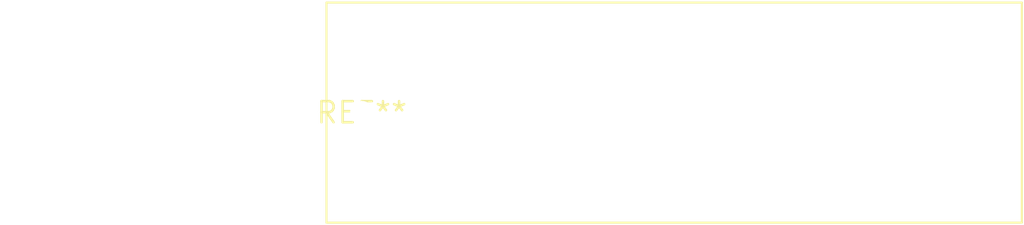
<source format=kicad_pcb>
(kicad_pcb (version 20240108) (generator pcbnew)
  (layers (0 "F.Cu" signal) (31 "B.Cu" signal) (34 "B.Paste" user) (35 "F.Paste" user) (36 "B.SilkS" user "B.Silkscreen") (37 "F.SilkS" user "F.Silkscreen") (38 "B.Mask" user) (39 "F.Mask" user) (44 "Edge.Cuts" user))
  (net 0 "")
  (footprint "C_Rect_L41.5mm_W13.0mm_P37.50mm_MKS4" (layer "F.Cu") (at 0 0)
    (property "Reference" "REF**")
    (property "Value" "C_Rect_L41.5mm_W13.0mm_P37.50mm_MKS4")
    (fp_line (start -2.12 -6.62) (end -2.12 6.62) (layer "F.SilkS") (stroke (width 0.12)))
    (fp_line (start -2.12 -6.62) (end 39.62 -6.62) (layer "F.SilkS") (stroke (width 0.12)))
    (fp_line (start -2.12 6.62) (end 39.62 6.62) (layer "F.SilkS") (stroke (width 0.12)))
    (fp_line (start 39.62 -6.62) (end 39.62 6.62) (layer "F.SilkS") (stroke (width 0.12)))
    (pad "1" thru_hole circle (at 0 0) (size 2.8 2.8) (drill 1.4) (layers *.Cu *.Mask) (remove_unused_layers))
    (pad "2" thru_hole circle (at 37.5 0) (size 2.8 2.8) (drill 1.4) (layers *.Cu *.Mask) (remove_unused_layers))
  )
)
</source>
